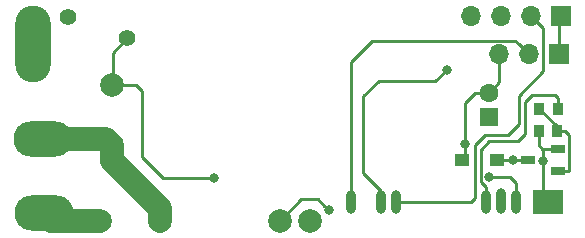
<source format=gbr>
G04 #@! TF.GenerationSoftware,KiCad,Pcbnew,(5.0.2)-1*
G04 #@! TF.CreationDate,2019-05-25T20:07:42+08:00*
G04 #@! TF.ProjectId,1RELAY,3152454c-4159-42e6-9b69-6361645f7063,rev?*
G04 #@! TF.SameCoordinates,Original*
G04 #@! TF.FileFunction,Copper,L1,Top*
G04 #@! TF.FilePolarity,Positive*
%FSLAX46Y46*%
G04 Gerber Fmt 4.6, Leading zero omitted, Abs format (unit mm)*
G04 Created by KiCad (PCBNEW (5.0.2)-1) date 2019-05-25 20:07:42*
%MOMM*%
%LPD*%
G01*
G04 APERTURE LIST*
G04 #@! TA.AperFunction,SMDPad,CuDef*
%ADD10O,0.800000X2.000000*%
G04 #@! TD*
G04 #@! TA.AperFunction,SMDPad,CuDef*
%ADD11R,2.500000X2.000000*%
G04 #@! TD*
G04 #@! TA.AperFunction,ComponentPad*
%ADD12R,1.700000X1.700000*%
G04 #@! TD*
G04 #@! TA.AperFunction,ComponentPad*
%ADD13O,1.700000X1.700000*%
G04 #@! TD*
G04 #@! TA.AperFunction,ComponentPad*
%ADD14C,1.600000*%
G04 #@! TD*
G04 #@! TA.AperFunction,ComponentPad*
%ADD15R,1.600000X1.600000*%
G04 #@! TD*
G04 #@! TA.AperFunction,ComponentPad*
%ADD16C,2.000000*%
G04 #@! TD*
G04 #@! TA.AperFunction,SMDPad,CuDef*
%ADD17R,0.930000X0.980000*%
G04 #@! TD*
G04 #@! TA.AperFunction,ComponentPad*
%ADD18O,3.000000X6.500000*%
G04 #@! TD*
G04 #@! TA.AperFunction,ComponentPad*
%ADD19O,5.000000X3.000000*%
G04 #@! TD*
G04 #@! TA.AperFunction,ComponentPad*
%ADD20C,1.400000*%
G04 #@! TD*
G04 #@! TA.AperFunction,SMDPad,CuDef*
%ADD21R,1.250000X1.000000*%
G04 #@! TD*
G04 #@! TA.AperFunction,SMDPad,CuDef*
%ADD22R,1.250000X0.700000*%
G04 #@! TD*
G04 #@! TA.AperFunction,ViaPad*
%ADD23C,0.800000*%
G04 #@! TD*
G04 #@! TA.AperFunction,Conductor*
%ADD24C,0.250000*%
G04 #@! TD*
G04 #@! TA.AperFunction,Conductor*
%ADD25C,2.000000*%
G04 #@! TD*
G04 APERTURE END LIST*
D10*
G04 #@! TO.P,U1,9*
G04 #@! TO.N,A5*
X163334700Y-116855240D03*
G04 #@! TO.P,U1,12*
G04 #@! TO.N,A2*
X159524700Y-116855240D03*
G04 #@! TO.P,U1,10*
G04 #@! TO.N,A4*
X162064700Y-116855240D03*
G04 #@! TO.P,U1,3*
G04 #@! TO.N,D7*
X170954700Y-116855240D03*
G04 #@! TO.P,U1,2*
G04 #@! TO.N,GND*
X172224700Y-116855240D03*
G04 #@! TO.P,U1,1*
G04 #@! TO.N,VCC*
X173494700Y-116855240D03*
D11*
G04 #@! TO.P,U1,2*
G04 #@! TO.N,GND*
X176141380Y-116855240D03*
G04 #@! TD*
D12*
G04 #@! TO.P,J5,1*
G04 #@! TO.N,GND*
X177312320Y-101140260D03*
D13*
G04 #@! TO.P,J5,2*
G04 #@! TO.N,A5*
X174772320Y-101140260D03*
G04 #@! TO.P,J5,3*
G04 #@! TO.N,A4*
X172232320Y-101140260D03*
G04 #@! TO.P,J5,4*
G04 #@! TO.N,VCC*
X169692320Y-101140260D03*
G04 #@! TD*
D14*
G04 #@! TO.P,C1,1*
G04 #@! TO.N,VCC*
X171147740Y-107644180D03*
D15*
G04 #@! TO.P,C1,2*
G04 #@! TO.N,GND*
X171147740Y-109644180D03*
G04 #@! TD*
D16*
G04 #@! TO.P,K1,3*
G04 #@! TO.N,L*
X143342360Y-118422420D03*
G04 #@! TO.P,K1,1*
G04 #@! TO.N,VCC*
X156042360Y-118422420D03*
G04 #@! TO.P,K1,2*
G04 #@! TO.N,GNDD*
X153502360Y-118422420D03*
G04 #@! TO.P,K1,4*
G04 #@! TO.N,L1*
X138262360Y-118422420D03*
G04 #@! TD*
D17*
G04 #@! TO.P,R2,2*
G04 #@! TO.N,Net-(Q1-Pad1)*
X176928780Y-110845600D03*
G04 #@! TO.P,R2,1*
G04 #@! TO.N,GND*
X175388780Y-110845600D03*
G04 #@! TD*
G04 #@! TO.P,R1,1*
G04 #@! TO.N,Net-(Q1-Pad1)*
X175460280Y-108966000D03*
G04 #@! TO.P,R1,2*
G04 #@! TO.N,D7*
X177000280Y-108966000D03*
G04 #@! TD*
D12*
G04 #@! TO.P,J4,1*
G04 #@! TO.N,GND*
X177139600Y-104358440D03*
D13*
G04 #@! TO.P,J4,2*
G04 #@! TO.N,A2*
X174599600Y-104358440D03*
G04 #@! TO.P,J4,3*
G04 #@! TO.N,VCC*
X172059600Y-104358440D03*
G04 #@! TD*
D18*
G04 #@! TO.P,J3,1*
G04 #@! TO.N,N*
X132618480Y-103451660D03*
G04 #@! TD*
D19*
G04 #@! TO.P,J2,1*
G04 #@! TO.N,L1*
X133489700Y-117805200D03*
G04 #@! TD*
G04 #@! TO.P,J1,1*
G04 #@! TO.N,L*
X133464300Y-111500000D03*
G04 #@! TD*
D16*
G04 #@! TO.P,F1,1*
G04 #@! TO.N,Net-(F1-Pad1)*
X139298520Y-106956860D03*
G04 #@! TO.P,F1,2*
G04 #@! TO.N,L*
X139288520Y-112036860D03*
G04 #@! TD*
D20*
G04 #@! TO.P,TH1,1*
G04 #@! TO.N,Net-(F1-Pad1)*
X140573760Y-102974140D03*
G04 #@! TO.P,TH1,2*
G04 #@! TO.N,N*
X135573760Y-101174140D03*
G04 #@! TD*
D21*
G04 #@! TO.P,D1,1*
G04 #@! TO.N,GNDD*
X171853860Y-113284000D03*
G04 #@! TO.P,D1,2*
G04 #@! TO.N,VCC*
X168903860Y-113284000D03*
G04 #@! TD*
D22*
G04 #@! TO.P,Q1,3*
G04 #@! TO.N,GNDD*
X174489740Y-113314520D03*
G04 #@! TO.P,Q1,2*
G04 #@! TO.N,GND*
X176989740Y-112364520D03*
G04 #@! TO.P,Q1,1*
G04 #@! TO.N,Net-(Q1-Pad1)*
X176989740Y-114264520D03*
G04 #@! TD*
D23*
G04 #@! TO.N,GNDD*
X173182280Y-113273840D03*
X157637480Y-117575170D03*
G04 #@! TO.N,GND*
X172242480Y-116123720D03*
X175788779Y-113344960D03*
G04 #@! TO.N,Net-(F1-Pad1)*
X147901660Y-114833400D03*
G04 #@! TO.N,VCC*
X169191940Y-111978440D03*
X171217430Y-114744500D03*
G04 #@! TO.N,A4*
X167614600Y-105648760D03*
G04 #@! TD*
D24*
G04 #@! TO.N,GNDD*
X174449060Y-113273840D02*
X174489740Y-113314520D01*
X171820100Y-113273840D02*
X173182280Y-113273840D01*
X173182280Y-113273840D02*
X174449060Y-113273840D01*
X157237481Y-117175171D02*
X157637480Y-117575170D01*
X153502360Y-118422420D02*
X155290520Y-116634260D01*
X156696570Y-116634260D02*
X157237481Y-117175171D01*
X155290520Y-116634260D02*
X156696570Y-116634260D01*
G04 #@! TO.N,Net-(Q1-Pad1)*
X177643780Y-110845600D02*
X176928780Y-110845600D01*
X177939741Y-111141561D02*
X177643780Y-110845600D01*
X177939741Y-114189519D02*
X177939741Y-111141561D01*
X177864740Y-114264520D02*
X177939741Y-114189519D01*
X176989740Y-114264520D02*
X177864740Y-114264520D01*
X176928780Y-110434500D02*
X175460280Y-108966000D01*
X176928780Y-110845600D02*
X176928780Y-110434500D01*
G04 #@! TO.N,GND*
X175388780Y-112058960D02*
X175388780Y-112058960D01*
X175388780Y-112058960D02*
X175388780Y-110845600D01*
X175788779Y-112458959D02*
X175388780Y-112058960D01*
X176141380Y-116855240D02*
X175788779Y-116502639D01*
X175788779Y-116502639D02*
X175788779Y-113344960D01*
X176989740Y-112364520D02*
X175694340Y-112364520D01*
X175694340Y-112364520D02*
X175388780Y-112058960D01*
X175788779Y-113344960D02*
X175788779Y-112458959D01*
X177139600Y-101312980D02*
X177312320Y-101140260D01*
X177139600Y-104358440D02*
X177139600Y-101312980D01*
G04 #@! TO.N,D7*
X177000280Y-108034200D02*
X177000280Y-108966000D01*
X174785020Y-107807760D02*
X176773840Y-107807760D01*
X174195740Y-111119920D02*
X174195740Y-108397040D01*
X170954700Y-115605240D02*
X170492420Y-115142960D01*
X170492420Y-115142960D02*
X170492420Y-112428020D01*
X170954700Y-116855240D02*
X170954700Y-115605240D01*
X176773840Y-107807760D02*
X177000280Y-108034200D01*
X174195740Y-108397040D02*
X174785020Y-107807760D01*
X170492420Y-112428020D02*
X171226480Y-111693960D01*
X171226480Y-111693960D02*
X173621700Y-111693960D01*
X173621700Y-111693960D02*
X174195740Y-111119920D01*
G04 #@! TO.N,Net-(F1-Pad1)*
X143586200Y-114805460D02*
X147924520Y-114805460D01*
X141803120Y-113022380D02*
X143586200Y-114805460D01*
X141803120Y-107457240D02*
X141803120Y-113022380D01*
X139298520Y-106956860D02*
X141302740Y-106956860D01*
X141302740Y-106956860D02*
X141803120Y-107457240D01*
X139336780Y-104211120D02*
X140573760Y-102974140D01*
X139298520Y-106956860D02*
X139336780Y-106918600D01*
X139336780Y-106918600D02*
X139336780Y-104211120D01*
D25*
G04 #@! TO.N,L*
X139288520Y-113342420D02*
X139288520Y-112036860D01*
X143342360Y-118422420D02*
X143342360Y-117396260D01*
X143342360Y-117396260D02*
X139288520Y-113342420D01*
X138751660Y-111500000D02*
X139288520Y-112036860D01*
X133464300Y-111500000D02*
X138751660Y-111500000D01*
G04 #@! TO.N,L1*
X133507480Y-117787420D02*
X133507480Y-117475000D01*
X133489700Y-117805200D02*
X133507480Y-117787420D01*
X134106920Y-118422420D02*
X133489700Y-117805200D01*
X138262360Y-118422420D02*
X134106920Y-118422420D01*
D24*
G04 #@! TO.N,VCC*
X156344620Y-118724680D02*
X156042360Y-118422420D01*
X171145200Y-114744500D02*
X171145200Y-114744500D01*
X168870100Y-113273840D02*
X168893700Y-113273840D01*
X168893700Y-113273840D02*
X168903860Y-113284000D01*
X168903860Y-113284000D02*
X169191940Y-112995920D01*
X169191940Y-112995920D02*
X169191940Y-111978440D01*
X171147740Y-107644180D02*
X171164500Y-107627420D01*
X171147740Y-107644180D02*
X172059600Y-106732320D01*
X172059600Y-106732320D02*
X172059600Y-104358440D01*
X171783115Y-114744500D02*
X171217430Y-114744500D01*
X172961300Y-114744500D02*
X171783115Y-114744500D01*
X173494700Y-116855240D02*
X173494700Y-115277900D01*
X173494700Y-115277900D02*
X172961300Y-114744500D01*
X170016370Y-107644180D02*
X171147740Y-107644180D01*
X169191940Y-108468610D02*
X170016370Y-107644180D01*
X169191940Y-111978440D02*
X169191940Y-108468610D01*
G04 #@! TO.N,A2*
X173749601Y-103508441D02*
X174599600Y-104358440D01*
X173424599Y-103183439D02*
X173749601Y-103508441D01*
X161283901Y-103183439D02*
X173424599Y-103183439D01*
X159495658Y-104971682D02*
X161283901Y-103183439D01*
X159524700Y-116855240D02*
X159495658Y-116826198D01*
X159495658Y-116826198D02*
X159495658Y-104971682D01*
G04 #@! TO.N,A4*
X166649400Y-106613960D02*
X167614600Y-105648760D01*
X161843720Y-106613960D02*
X166649400Y-106613960D01*
X160557448Y-107900232D02*
X161843720Y-106613960D01*
X160557448Y-114375168D02*
X160557448Y-107900232D01*
X162064700Y-116855240D02*
X162064700Y-115882420D01*
X162064700Y-115882420D02*
X160557448Y-114375168D01*
G04 #@! TO.N,A5*
X175622319Y-101990259D02*
X174772320Y-101140260D01*
X173695360Y-107840780D02*
X175774601Y-105761539D01*
X173695360Y-110256320D02*
X173695360Y-107840780D01*
X169659300Y-116855240D02*
X170022739Y-116491801D01*
X163334700Y-116855240D02*
X169659300Y-116855240D01*
X170022739Y-116491801D02*
X170022739Y-112029021D01*
X175774601Y-102142541D02*
X175622319Y-101990259D01*
X170022739Y-112029021D02*
X170853100Y-111198660D01*
X170853100Y-111198660D02*
X172753020Y-111198660D01*
X175774601Y-105761539D02*
X175774601Y-102142541D01*
X172753020Y-111198660D02*
X173695360Y-110256320D01*
G04 #@! TD*
M02*

</source>
